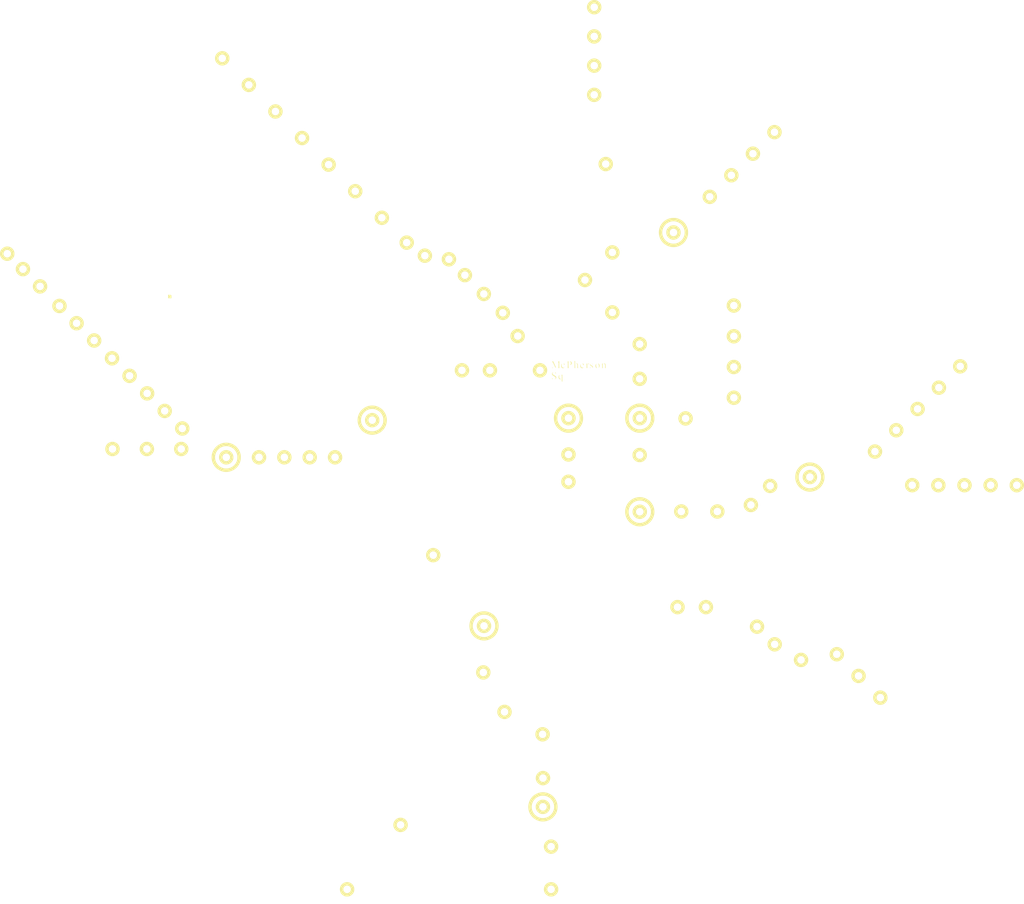
<source format=kicad_pcb>
(kicad_pcb (version 4) (host pcbnew 4.0.7)
  (layers (0 F.Cu signal) (31 B.Cu signal) (34 B.Paste user) (35 F.Paste user) (36 B.SilkS user) (37 F.SilkS user) (38 B.Mask user) (39 F.Mask user) (44 Edge.Cuts user))
  (net 0 "")
  (module LOGO (layer F.Cu) (at 0 0)
    (fp_text reference "G***" hide)
    (fp_text value "LOGO" hide)
  )
  (module LOGO (layer F.Cu) (at 0 0)
    (fp_text reference "G***" hide)
    (fp_text value "LOGO" hide)
  )
  (module LOGO (layer F.Cu) (at 0 0)
    (fp_text reference "G***" hide)
    (fp_text value "LOGO" hide)
  )
)
</source>
